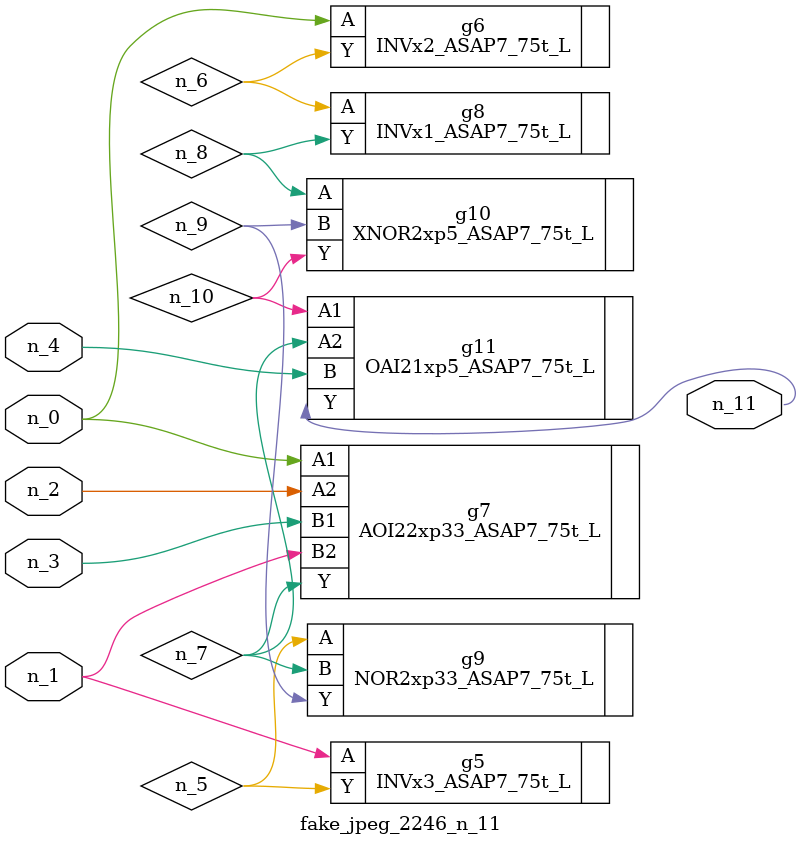
<source format=v>
module fake_jpeg_2246_n_11 (n_3, n_2, n_1, n_0, n_4, n_11);

input n_3;
input n_2;
input n_1;
input n_0;
input n_4;

output n_11;

wire n_10;
wire n_8;
wire n_9;
wire n_6;
wire n_5;
wire n_7;

INVx3_ASAP7_75t_L g5 ( 
.A(n_1),
.Y(n_5)
);

INVx2_ASAP7_75t_L g6 ( 
.A(n_0),
.Y(n_6)
);

AOI22xp33_ASAP7_75t_L g7 ( 
.A1(n_0),
.A2(n_2),
.B1(n_3),
.B2(n_1),
.Y(n_7)
);

INVx1_ASAP7_75t_L g8 ( 
.A(n_6),
.Y(n_8)
);

XNOR2xp5_ASAP7_75t_L g10 ( 
.A(n_8),
.B(n_9),
.Y(n_10)
);

NOR2xp33_ASAP7_75t_L g9 ( 
.A(n_5),
.B(n_7),
.Y(n_9)
);

OAI21xp5_ASAP7_75t_L g11 ( 
.A1(n_10),
.A2(n_7),
.B(n_4),
.Y(n_11)
);


endmodule
</source>
